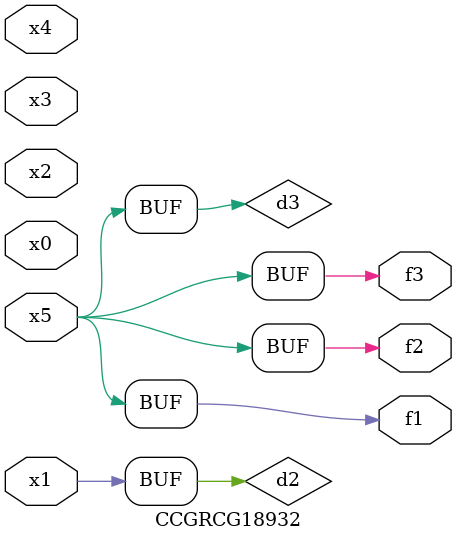
<source format=v>
module CCGRCG18932(
	input x0, x1, x2, x3, x4, x5,
	output f1, f2, f3
);

	wire d1, d2, d3;

	not (d1, x5);
	or (d2, x1);
	xnor (d3, d1);
	assign f1 = d3;
	assign f2 = d3;
	assign f3 = d3;
endmodule

</source>
